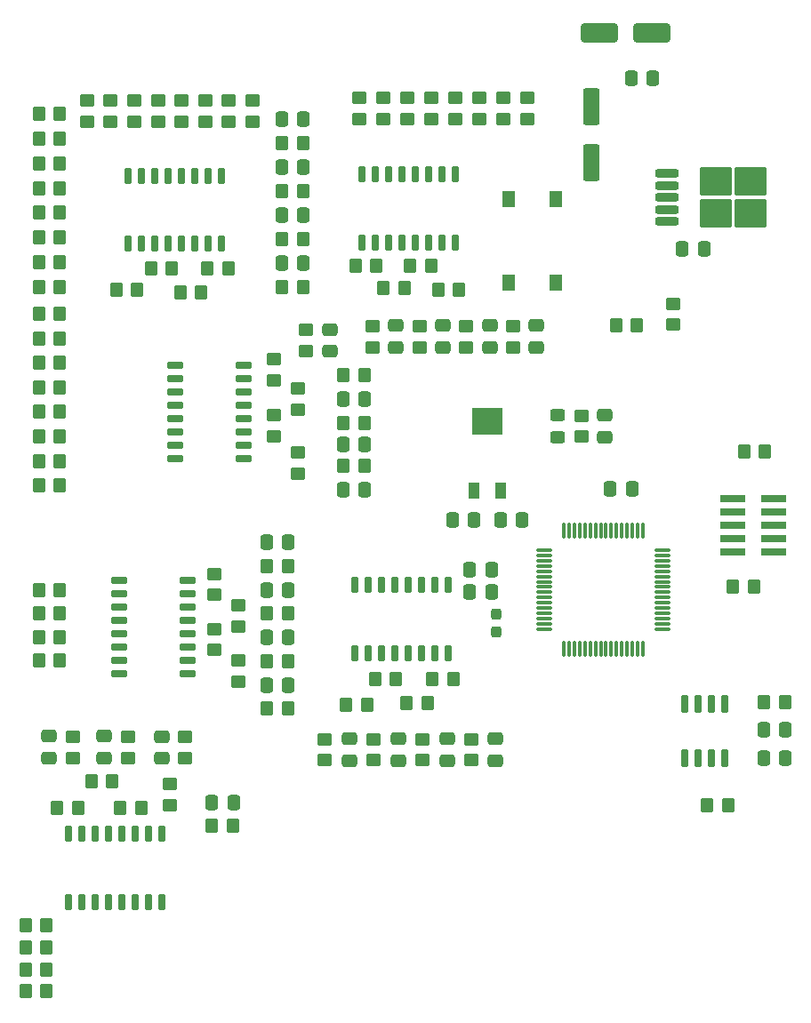
<source format=gbr>
%TF.GenerationSoftware,KiCad,Pcbnew,7.0.10*%
%TF.CreationDate,2024-04-30T00:05:15-07:00*%
%TF.ProjectId,control,636f6e74-726f-46c2-9e6b-696361645f70,A*%
%TF.SameCoordinates,Original*%
%TF.FileFunction,Paste,Top*%
%TF.FilePolarity,Positive*%
%FSLAX46Y46*%
G04 Gerber Fmt 4.6, Leading zero omitted, Abs format (unit mm)*
G04 Created by KiCad (PCBNEW 7.0.10) date 2024-04-30 00:05:15*
%MOMM*%
%LPD*%
G01*
G04 APERTURE LIST*
G04 Aperture macros list*
%AMRoundRect*
0 Rectangle with rounded corners*
0 $1 Rounding radius*
0 $2 $3 $4 $5 $6 $7 $8 $9 X,Y pos of 4 corners*
0 Add a 4 corners polygon primitive as box body*
4,1,4,$2,$3,$4,$5,$6,$7,$8,$9,$2,$3,0*
0 Add four circle primitives for the rounded corners*
1,1,$1+$1,$2,$3*
1,1,$1+$1,$4,$5*
1,1,$1+$1,$6,$7*
1,1,$1+$1,$8,$9*
0 Add four rect primitives between the rounded corners*
20,1,$1+$1,$2,$3,$4,$5,0*
20,1,$1+$1,$4,$5,$6,$7,0*
20,1,$1+$1,$6,$7,$8,$9,0*
20,1,$1+$1,$8,$9,$2,$3,0*%
G04 Aperture macros list end*
%ADD10RoundRect,0.250000X0.450000X-0.350000X0.450000X0.350000X-0.450000X0.350000X-0.450000X-0.350000X0*%
%ADD11R,1.300000X1.550000*%
%ADD12RoundRect,0.250000X-0.450000X0.350000X-0.450000X-0.350000X0.450000X-0.350000X0.450000X0.350000X0*%
%ADD13RoundRect,0.150000X-0.150000X0.725000X-0.150000X-0.725000X0.150000X-0.725000X0.150000X0.725000X0*%
%ADD14RoundRect,0.250000X-0.337500X-0.475000X0.337500X-0.475000X0.337500X0.475000X-0.337500X0.475000X0*%
%ADD15RoundRect,0.250000X-0.350000X-0.450000X0.350000X-0.450000X0.350000X0.450000X-0.350000X0.450000X0*%
%ADD16RoundRect,0.250000X0.475000X-0.337500X0.475000X0.337500X-0.475000X0.337500X-0.475000X-0.337500X0*%
%ADD17RoundRect,0.250000X0.350000X0.450000X-0.350000X0.450000X-0.350000X-0.450000X0.350000X-0.450000X0*%
%ADD18RoundRect,0.150000X-0.650000X-0.150000X0.650000X-0.150000X0.650000X0.150000X-0.650000X0.150000X0*%
%ADD19RoundRect,0.250000X-0.475000X0.337500X-0.475000X-0.337500X0.475000X-0.337500X0.475000X0.337500X0*%
%ADD20RoundRect,0.150000X-0.150000X0.650000X-0.150000X-0.650000X0.150000X-0.650000X0.150000X0.650000X0*%
%ADD21R,2.400000X0.740000*%
%ADD22RoundRect,0.075000X-0.662500X-0.075000X0.662500X-0.075000X0.662500X0.075000X-0.662500X0.075000X0*%
%ADD23RoundRect,0.075000X-0.075000X-0.662500X0.075000X-0.662500X0.075000X0.662500X-0.075000X0.662500X0*%
%ADD24RoundRect,0.250000X0.337500X0.475000X-0.337500X0.475000X-0.337500X-0.475000X0.337500X-0.475000X0*%
%ADD25RoundRect,0.250000X-1.500000X-0.650000X1.500000X-0.650000X1.500000X0.650000X-1.500000X0.650000X0*%
%ADD26RoundRect,0.200000X-0.900000X-0.200000X0.900000X-0.200000X0.900000X0.200000X-0.900000X0.200000X0*%
%ADD27RoundRect,0.250000X-1.275000X-1.125000X1.275000X-1.125000X1.275000X1.125000X-1.275000X1.125000X0*%
%ADD28R,1.000000X1.600000*%
%ADD29R,3.000000X2.500000*%
%ADD30RoundRect,0.150000X0.150000X-0.650000X0.150000X0.650000X-0.150000X0.650000X-0.150000X-0.650000X0*%
%ADD31RoundRect,0.250000X0.450000X-0.325000X0.450000X0.325000X-0.450000X0.325000X-0.450000X-0.325000X0*%
%ADD32RoundRect,0.250000X-0.550000X1.500000X-0.550000X-1.500000X0.550000X-1.500000X0.550000X1.500000X0*%
%ADD33RoundRect,0.237500X-0.237500X0.287500X-0.237500X-0.287500X0.237500X-0.287500X0.237500X0.287500X0*%
G04 APERTURE END LIST*
D10*
%TO.C,R88*%
X132987100Y-79888500D03*
X132987100Y-77888500D03*
%TD*%
D11*
%TO.C,SW1*%
X145963200Y-65824200D03*
X145963200Y-73774200D03*
X141463200Y-65824200D03*
X141463200Y-73774200D03*
%TD*%
D12*
%TO.C,R44*%
X100000000Y-117000000D03*
X100000000Y-119000000D03*
%TD*%
D13*
%TO.C,U2*%
X162098200Y-113899400D03*
X160828200Y-113899400D03*
X159558200Y-113899400D03*
X158288200Y-113899400D03*
X158288200Y-119049400D03*
X159558200Y-119049400D03*
X160828200Y-119049400D03*
X162098200Y-119049400D03*
%TD*%
D14*
%TO.C,C13*%
X118425000Y-103021700D03*
X120500000Y-103021700D03*
%TD*%
D15*
%TO.C,R4*%
X151704800Y-77774800D03*
X153704800Y-77774800D03*
%TD*%
D14*
%TO.C,C32*%
X125708500Y-89154000D03*
X127783500Y-89154000D03*
%TD*%
D12*
%TO.C,R8*%
X148437600Y-86426800D03*
X148437600Y-88426800D03*
%TD*%
D10*
%TO.C,R19*%
X113500000Y-103500000D03*
X113500000Y-101500000D03*
%TD*%
%TO.C,R35*%
X114844300Y-58388000D03*
X114844300Y-56388000D03*
%TD*%
D16*
%TO.C,C8*%
X150672800Y-88464300D03*
X150672800Y-86389300D03*
%TD*%
D14*
%TO.C,C22*%
X119866500Y-62738000D03*
X121941500Y-62738000D03*
%TD*%
D17*
%TO.C,R76*%
X98774000Y-67092300D03*
X96774000Y-67092300D03*
%TD*%
%TO.C,R53*%
X98774000Y-83721500D03*
X96774000Y-83721500D03*
%TD*%
%TO.C,R37*%
X103750000Y-121250000D03*
X101750000Y-121250000D03*
%TD*%
D10*
%TO.C,R86*%
X128524000Y-79888500D03*
X128524000Y-77888500D03*
%TD*%
%TO.C,R55*%
X138684000Y-58150000D03*
X138684000Y-56150000D03*
%TD*%
D17*
%TO.C,R54*%
X98774000Y-57658000D03*
X96774000Y-57658000D03*
%TD*%
D10*
%TO.C,R17*%
X115750000Y-111750000D03*
X115750000Y-109750000D03*
%TD*%
D14*
%TO.C,C2*%
X158016700Y-70566200D03*
X160091700Y-70566200D03*
%TD*%
D10*
%TO.C,R91*%
X119126000Y-88376000D03*
X119126000Y-86376000D03*
%TD*%
D18*
%TO.C,U8*%
X109780000Y-81661000D03*
X109780000Y-82931000D03*
X109780000Y-84201000D03*
X109780000Y-85471000D03*
X109780000Y-86741000D03*
X109780000Y-88011000D03*
X109780000Y-89281000D03*
X109780000Y-90551000D03*
X116280000Y-90551000D03*
X116280000Y-89281000D03*
X116280000Y-88011000D03*
X116280000Y-86741000D03*
X116280000Y-85471000D03*
X116280000Y-84201000D03*
X116280000Y-82931000D03*
X116280000Y-81661000D03*
%TD*%
D10*
%TO.C,R15*%
X105845400Y-58388000D03*
X105845400Y-56388000D03*
%TD*%
%TO.C,R78*%
X134112000Y-58150000D03*
X134112000Y-56150000D03*
%TD*%
D19*
%TO.C,C28*%
X135607100Y-117212500D03*
X135607100Y-119287500D03*
%TD*%
D15*
%TO.C,R2*%
X160391600Y-123494800D03*
X162391600Y-123494800D03*
%TD*%
%TO.C,R45*%
X112792000Y-72390000D03*
X114792000Y-72390000D03*
%TD*%
D10*
%TO.C,R74*%
X131826000Y-58150000D03*
X131826000Y-56150000D03*
%TD*%
D17*
%TO.C,R48*%
X121904000Y-65024000D03*
X119904000Y-65024000D03*
%TD*%
D16*
%TO.C,C26*%
X124460000Y-80285500D03*
X124460000Y-78210500D03*
%TD*%
D14*
%TO.C,C15*%
X119888000Y-67310000D03*
X121963000Y-67310000D03*
%TD*%
D15*
%TO.C,R25*%
X107442000Y-72390000D03*
X109442000Y-72390000D03*
%TD*%
D17*
%TO.C,R24*%
X120462500Y-109804300D03*
X118462500Y-109804300D03*
%TD*%
D12*
%TO.C,R40*%
X110632000Y-117037500D03*
X110632000Y-119037500D03*
%TD*%
D20*
%TO.C,U9*%
X135700000Y-102561000D03*
X134430000Y-102561000D03*
X133160000Y-102561000D03*
X131890000Y-102561000D03*
X130620000Y-102561000D03*
X129350000Y-102561000D03*
X128080000Y-102561000D03*
X126810000Y-102561000D03*
X126810000Y-109061000D03*
X128080000Y-109061000D03*
X129350000Y-109061000D03*
X130620000Y-109061000D03*
X131890000Y-109061000D03*
X133160000Y-109061000D03*
X134430000Y-109061000D03*
X135700000Y-109061000D03*
%TD*%
D21*
%TO.C,J11*%
X162845200Y-94284800D03*
X166745200Y-94284800D03*
X162845200Y-95554800D03*
X166745200Y-95554800D03*
X162845200Y-96824800D03*
X166745200Y-96824800D03*
X162845200Y-98094800D03*
X166745200Y-98094800D03*
X162845200Y-99364800D03*
X166745200Y-99364800D03*
%TD*%
D17*
%TO.C,R81*%
X98774000Y-71809400D03*
X96774000Y-71809400D03*
%TD*%
D10*
%TO.C,R73*%
X127254000Y-58150000D03*
X127254000Y-56150000D03*
%TD*%
D17*
%TO.C,R5*%
X164830000Y-102666800D03*
X162830000Y-102666800D03*
%TD*%
D15*
%TO.C,R85*%
X126889000Y-72136000D03*
X128889000Y-72136000D03*
%TD*%
D22*
%TO.C,U3*%
X144848500Y-99240000D03*
X144848500Y-99740000D03*
X144848500Y-100240000D03*
X144848500Y-100740000D03*
X144848500Y-101240000D03*
X144848500Y-101740000D03*
X144848500Y-102240000D03*
X144848500Y-102740000D03*
X144848500Y-103240000D03*
X144848500Y-103740000D03*
X144848500Y-104240000D03*
X144848500Y-104740000D03*
X144848500Y-105240000D03*
X144848500Y-105740000D03*
X144848500Y-106240000D03*
X144848500Y-106740000D03*
D23*
X146761000Y-108652500D03*
X147261000Y-108652500D03*
X147761000Y-108652500D03*
X148261000Y-108652500D03*
X148761000Y-108652500D03*
X149261000Y-108652500D03*
X149761000Y-108652500D03*
X150261000Y-108652500D03*
X150761000Y-108652500D03*
X151261000Y-108652500D03*
X151761000Y-108652500D03*
X152261000Y-108652500D03*
X152761000Y-108652500D03*
X153261000Y-108652500D03*
X153761000Y-108652500D03*
X154261000Y-108652500D03*
D22*
X156173500Y-106740000D03*
X156173500Y-106240000D03*
X156173500Y-105740000D03*
X156173500Y-105240000D03*
X156173500Y-104740000D03*
X156173500Y-104240000D03*
X156173500Y-103740000D03*
X156173500Y-103240000D03*
X156173500Y-102740000D03*
X156173500Y-102240000D03*
X156173500Y-101740000D03*
X156173500Y-101240000D03*
X156173500Y-100740000D03*
X156173500Y-100240000D03*
X156173500Y-99740000D03*
X156173500Y-99240000D03*
D23*
X154261000Y-97327500D03*
X153761000Y-97327500D03*
X153261000Y-97327500D03*
X152761000Y-97327500D03*
X152261000Y-97327500D03*
X151761000Y-97327500D03*
X151261000Y-97327500D03*
X150761000Y-97327500D03*
X150261000Y-97327500D03*
X149761000Y-97327500D03*
X149261000Y-97327500D03*
X148761000Y-97327500D03*
X148261000Y-97327500D03*
X147761000Y-97327500D03*
X147261000Y-97327500D03*
X146761000Y-97327500D03*
%TD*%
D17*
%TO.C,R90*%
X127746000Y-91186000D03*
X125746000Y-91186000D03*
%TD*%
%TO.C,R59*%
X98774000Y-79045800D03*
X96774000Y-79045800D03*
%TD*%
%TO.C,R20*%
X120462500Y-100760900D03*
X118462500Y-100760900D03*
%TD*%
D10*
%TO.C,R89*%
X121412000Y-91932000D03*
X121412000Y-89932000D03*
%TD*%
D14*
%TO.C,C19*%
X113212500Y-123250000D03*
X115287500Y-123250000D03*
%TD*%
D15*
%TO.C,R69*%
X134250000Y-111500000D03*
X136250000Y-111500000D03*
%TD*%
D17*
%TO.C,R46*%
X121904000Y-60452000D03*
X119904000Y-60452000D03*
%TD*%
D10*
%TO.C,R50*%
X140970000Y-58150000D03*
X140970000Y-56150000D03*
%TD*%
%TO.C,R34*%
X112594600Y-58388000D03*
X112594600Y-56388000D03*
%TD*%
%TO.C,R33*%
X117094000Y-58388000D03*
X117094000Y-56388000D03*
%TD*%
D15*
%TO.C,R1*%
X165805700Y-113724400D03*
X167805700Y-113724400D03*
%TD*%
D24*
%TO.C,C6*%
X142769500Y-96393000D03*
X140694500Y-96393000D03*
%TD*%
D19*
%TO.C,C30*%
X135218700Y-77851000D03*
X135218700Y-79926000D03*
%TD*%
D25*
%TO.C,D2*%
X150154000Y-49987200D03*
X155154000Y-49987200D03*
%TD*%
D18*
%TO.C,U4*%
X104390000Y-102086000D03*
X104390000Y-103356000D03*
X104390000Y-104626000D03*
X104390000Y-105896000D03*
X104390000Y-107166000D03*
X104390000Y-108436000D03*
X104390000Y-109706000D03*
X104390000Y-110976000D03*
X110890000Y-110976000D03*
X110890000Y-109706000D03*
X110890000Y-108436000D03*
X110890000Y-107166000D03*
X110890000Y-105896000D03*
X110890000Y-104626000D03*
X110890000Y-103356000D03*
X110890000Y-102086000D03*
%TD*%
D15*
%TO.C,R9*%
X96750000Y-109750000D03*
X98750000Y-109750000D03*
%TD*%
D17*
%TO.C,R66*%
X127746000Y-82550000D03*
X125746000Y-82550000D03*
%TD*%
D10*
%TO.C,R56*%
X143256000Y-58150000D03*
X143256000Y-56150000D03*
%TD*%
D12*
%TO.C,R68*%
X122174000Y-78248000D03*
X122174000Y-80248000D03*
%TD*%
D17*
%TO.C,R52*%
X98774000Y-76708000D03*
X96774000Y-76708000D03*
%TD*%
D20*
%TO.C,U7*%
X136398000Y-63425000D03*
X135128000Y-63425000D03*
X133858000Y-63425000D03*
X132588000Y-63425000D03*
X131318000Y-63425000D03*
X130048000Y-63425000D03*
X128778000Y-63425000D03*
X127508000Y-63425000D03*
X127508000Y-69925000D03*
X128778000Y-69925000D03*
X130048000Y-69925000D03*
X131318000Y-69925000D03*
X132588000Y-69925000D03*
X133858000Y-69925000D03*
X135128000Y-69925000D03*
X136398000Y-69925000D03*
%TD*%
D14*
%TO.C,C4*%
X165768200Y-116359400D03*
X167843200Y-116359400D03*
%TD*%
D15*
%TO.C,R61*%
X132096000Y-72136000D03*
X134096000Y-72136000D03*
%TD*%
D10*
%TO.C,R77*%
X129540000Y-58150000D03*
X129540000Y-56150000D03*
%TD*%
D17*
%TO.C,R80*%
X98774000Y-86059300D03*
X96774000Y-86059300D03*
%TD*%
D19*
%TO.C,C29*%
X130755600Y-77851000D03*
X130755600Y-79926000D03*
%TD*%
D17*
%TO.C,R39*%
X106500000Y-123750000D03*
X104500000Y-123750000D03*
%TD*%
D15*
%TO.C,R31*%
X95500000Y-141250000D03*
X97500000Y-141250000D03*
%TD*%
D17*
%TO.C,R75*%
X98774000Y-74168000D03*
X96774000Y-74168000D03*
%TD*%
D15*
%TO.C,R11*%
X96750000Y-105250000D03*
X98750000Y-105250000D03*
%TD*%
D17*
%TO.C,R58*%
X98774000Y-60016600D03*
X96774000Y-60016600D03*
%TD*%
D26*
%TO.C,U1*%
X156565600Y-63359600D03*
X156565600Y-64499600D03*
X156565600Y-65639600D03*
D27*
X161190600Y-64114600D03*
X161190600Y-67164600D03*
X164540600Y-64114600D03*
X164540600Y-67164600D03*
D26*
X156565600Y-66779600D03*
X156565600Y-67919600D03*
%TD*%
D10*
%TO.C,R94*%
X124000000Y-119250000D03*
X124000000Y-117250000D03*
%TD*%
D14*
%TO.C,C25*%
X125708500Y-84836000D03*
X127783500Y-84836000D03*
%TD*%
%TO.C,C3*%
X165768200Y-119024400D03*
X167843200Y-119024400D03*
%TD*%
D19*
%TO.C,C34*%
X130964300Y-117212500D03*
X130964300Y-119287500D03*
%TD*%
D10*
%TO.C,R49*%
X136398000Y-58150000D03*
X136398000Y-56150000D03*
%TD*%
D15*
%TO.C,R87*%
X129556000Y-74295000D03*
X131556000Y-74295000D03*
%TD*%
D10*
%TO.C,R96*%
X128642900Y-119250000D03*
X128642900Y-117250000D03*
%TD*%
D14*
%TO.C,C11*%
X118425000Y-112065100D03*
X120500000Y-112065100D03*
%TD*%
D17*
%TO.C,R82*%
X98774000Y-69450900D03*
X96774000Y-69450900D03*
%TD*%
D10*
%TO.C,R14*%
X103595700Y-58388000D03*
X103595700Y-56388000D03*
%TD*%
%TO.C,R16*%
X101346000Y-58388000D03*
X101346000Y-56388000D03*
%TD*%
D17*
%TO.C,R57*%
X98774000Y-62375100D03*
X96774000Y-62375100D03*
%TD*%
D19*
%TO.C,C24*%
X144145000Y-77851000D03*
X144145000Y-79926000D03*
%TD*%
D15*
%TO.C,R30*%
X95500000Y-139166700D03*
X97500000Y-139166700D03*
%TD*%
D14*
%TO.C,C1*%
X153140500Y-54305200D03*
X155215500Y-54305200D03*
%TD*%
D28*
%TO.C,Y1*%
X140716000Y-93545000D03*
X138176000Y-93545000D03*
D29*
X139446000Y-86995000D03*
%TD*%
D15*
%TO.C,R63*%
X134763000Y-74422000D03*
X136763000Y-74422000D03*
%TD*%
D10*
%TO.C,R13*%
X108095100Y-58388000D03*
X108095100Y-56388000D03*
%TD*%
D17*
%TO.C,R60*%
X98774000Y-81383700D03*
X96774000Y-81383700D03*
%TD*%
D20*
%TO.C,U5*%
X114173000Y-63552000D03*
X112903000Y-63552000D03*
X111633000Y-63552000D03*
X110363000Y-63552000D03*
X109093000Y-63552000D03*
X107823000Y-63552000D03*
X106553000Y-63552000D03*
X105283000Y-63552000D03*
X105283000Y-70052000D03*
X106553000Y-70052000D03*
X107823000Y-70052000D03*
X109093000Y-70052000D03*
X110363000Y-70052000D03*
X111633000Y-70052000D03*
X112903000Y-70052000D03*
X114173000Y-70052000D03*
%TD*%
D10*
%TO.C,R70*%
X137928600Y-119250000D03*
X137928600Y-117250000D03*
%TD*%
%TO.C,R21*%
X115750000Y-106500000D03*
X115750000Y-104500000D03*
%TD*%
D14*
%TO.C,C31*%
X125708500Y-93472000D03*
X127783500Y-93472000D03*
%TD*%
D19*
%TO.C,C23*%
X139681900Y-77851000D03*
X139681900Y-79926000D03*
%TD*%
%TO.C,C33*%
X126321400Y-117212500D03*
X126321400Y-119287500D03*
%TD*%
D14*
%TO.C,C7*%
X151159300Y-93370400D03*
X153234300Y-93370400D03*
%TD*%
D30*
%TO.C,U6*%
X99610000Y-132750000D03*
X100880000Y-132750000D03*
X102150000Y-132750000D03*
X103420000Y-132750000D03*
X104690000Y-132750000D03*
X105960000Y-132750000D03*
X107230000Y-132750000D03*
X108500000Y-132750000D03*
X108500000Y-126250000D03*
X107230000Y-126250000D03*
X105960000Y-126250000D03*
X104690000Y-126250000D03*
X103420000Y-126250000D03*
X102150000Y-126250000D03*
X100880000Y-126250000D03*
X99610000Y-126250000D03*
%TD*%
D16*
%TO.C,C18*%
X108500000Y-119075000D03*
X108500000Y-117000000D03*
%TD*%
%TO.C,C17*%
X103000000Y-119037500D03*
X103000000Y-116962500D03*
%TD*%
D14*
%TO.C,C21*%
X119866500Y-58166000D03*
X121941500Y-58166000D03*
%TD*%
D15*
%TO.C,R47*%
X110236000Y-74676000D03*
X112236000Y-74676000D03*
%TD*%
D17*
%TO.C,R83*%
X98774000Y-90735000D03*
X96774000Y-90735000D03*
%TD*%
D14*
%TO.C,C12*%
X118425000Y-98500000D03*
X120500000Y-98500000D03*
%TD*%
D17*
%TO.C,R18*%
X120462500Y-114326000D03*
X118462500Y-114326000D03*
%TD*%
D15*
%TO.C,R95*%
X128750000Y-111500000D03*
X130750000Y-111500000D03*
%TD*%
D17*
%TO.C,R43*%
X100500000Y-123750000D03*
X98500000Y-123750000D03*
%TD*%
D15*
%TO.C,R27*%
X104140000Y-74422000D03*
X106140000Y-74422000D03*
%TD*%
%TO.C,R71*%
X131750000Y-113750000D03*
X133750000Y-113750000D03*
%TD*%
D19*
%TO.C,C27*%
X140250000Y-117212500D03*
X140250000Y-119287500D03*
%TD*%
D31*
%TO.C,D1*%
X146151600Y-88451800D03*
X146151600Y-86401800D03*
%TD*%
D32*
%TO.C,C35*%
X149352000Y-56939200D03*
X149352000Y-62339200D03*
%TD*%
D17*
%TO.C,R51*%
X98774000Y-64733700D03*
X96774000Y-64733700D03*
%TD*%
D16*
%TO.C,C20*%
X97750000Y-119037500D03*
X97750000Y-116962500D03*
%TD*%
D10*
%TO.C,R36*%
X110344900Y-58388000D03*
X110344900Y-56388000D03*
%TD*%
D15*
%TO.C,R93*%
X126000000Y-114000000D03*
X128000000Y-114000000D03*
%TD*%
D17*
%TO.C,R79*%
X98774000Y-93072900D03*
X96774000Y-93072900D03*
%TD*%
D15*
%TO.C,R32*%
X95500000Y-135000000D03*
X97500000Y-135000000D03*
%TD*%
D17*
%TO.C,R42*%
X115250000Y-125500000D03*
X113250000Y-125500000D03*
%TD*%
%TO.C,R26*%
X121925500Y-69596000D03*
X119925500Y-69596000D03*
%TD*%
D15*
%TO.C,R12*%
X96750000Y-107500000D03*
X98750000Y-107500000D03*
%TD*%
D17*
%TO.C,R7*%
X165896800Y-89814400D03*
X163896800Y-89814400D03*
%TD*%
D10*
%TO.C,R64*%
X141913400Y-79888500D03*
X141913400Y-77888500D03*
%TD*%
D14*
%TO.C,C5*%
X136122500Y-96393000D03*
X138197500Y-96393000D03*
%TD*%
D10*
%TO.C,R62*%
X137450300Y-79888500D03*
X137450300Y-77888500D03*
%TD*%
%TO.C,R41*%
X109250000Y-123500000D03*
X109250000Y-121500000D03*
%TD*%
D12*
%TO.C,R38*%
X105250000Y-117000000D03*
X105250000Y-119000000D03*
%TD*%
D10*
%TO.C,R72*%
X133285700Y-119250000D03*
X133285700Y-117250000D03*
%TD*%
%TO.C,R67*%
X119126000Y-83042000D03*
X119126000Y-81042000D03*
%TD*%
D17*
%TO.C,R28*%
X121925500Y-74168000D03*
X119925500Y-74168000D03*
%TD*%
D14*
%TO.C,C10*%
X137798900Y-101092000D03*
X139873900Y-101092000D03*
%TD*%
D10*
%TO.C,R23*%
X113500000Y-108750000D03*
X113500000Y-106750000D03*
%TD*%
D17*
%TO.C,R92*%
X127746000Y-87122000D03*
X125746000Y-87122000D03*
%TD*%
D14*
%TO.C,C16*%
X119888000Y-71882000D03*
X121963000Y-71882000D03*
%TD*%
D10*
%TO.C,R3*%
X157124400Y-77758800D03*
X157124400Y-75758800D03*
%TD*%
D15*
%TO.C,R29*%
X95500000Y-137083300D03*
X97500000Y-137083300D03*
%TD*%
%TO.C,R10*%
X96766000Y-103000000D03*
X98766000Y-103000000D03*
%TD*%
D10*
%TO.C,R65*%
X121412000Y-85836000D03*
X121412000Y-83836000D03*
%TD*%
D14*
%TO.C,C9*%
X137798900Y-103251000D03*
X139873900Y-103251000D03*
%TD*%
D17*
%TO.C,R84*%
X98774000Y-88397200D03*
X96774000Y-88397200D03*
%TD*%
D14*
%TO.C,C14*%
X118425000Y-107543400D03*
X120500000Y-107543400D03*
%TD*%
D17*
%TO.C,R22*%
X120462500Y-105282600D03*
X118462500Y-105282600D03*
%TD*%
D33*
%TO.C,FB1*%
X140309600Y-105297000D03*
X140309600Y-107047000D03*
%TD*%
M02*

</source>
